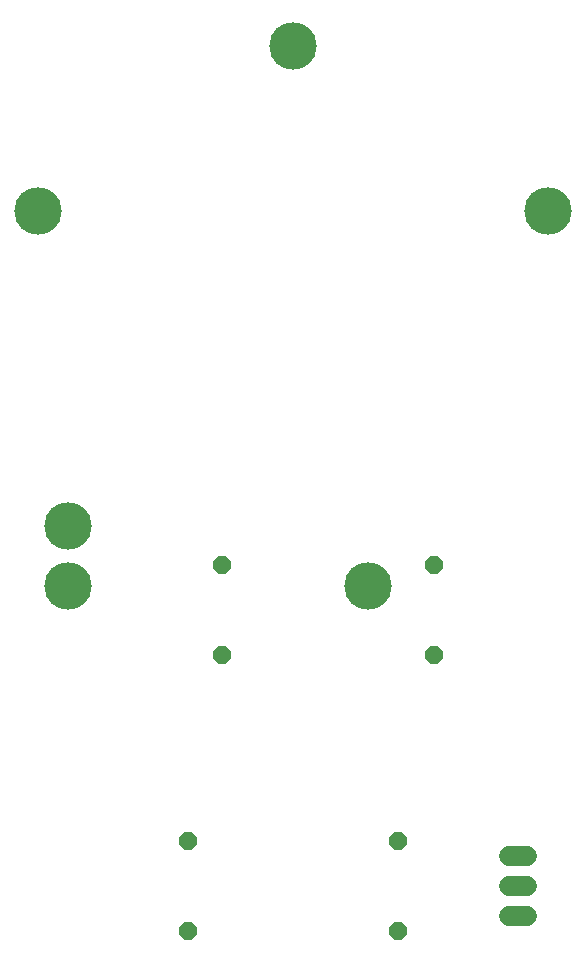
<source format=gbr>
G04 EAGLE Gerber RS-274X export*
G75*
%MOMM*%
%FSLAX34Y34*%
%LPD*%
%INSoldermask Bottom*%
%IPPOS*%
%AMOC8*
5,1,8,0,0,1.08239X$1,22.5*%
G01*
%ADD10C,1.711200*%
%ADD11C,4.013200*%
%ADD12P,1.649562X8X112.500000*%
%ADD13P,1.649562X8X292.500000*%


D10*
X525860Y736600D02*
X540940Y736600D01*
X540940Y711200D02*
X525860Y711200D01*
X525860Y685800D02*
X540940Y685800D01*
D11*
X127000Y1282700D03*
X558800Y1282700D03*
X152400Y1016000D03*
X342900Y1422400D03*
X406400Y965200D03*
X152400Y965200D03*
D12*
X431800Y673100D03*
X431800Y749300D03*
X254000Y673100D03*
X254000Y749300D03*
D13*
X283210Y982980D03*
X283210Y906780D03*
X462280Y982980D03*
X462280Y906780D03*
M02*

</source>
